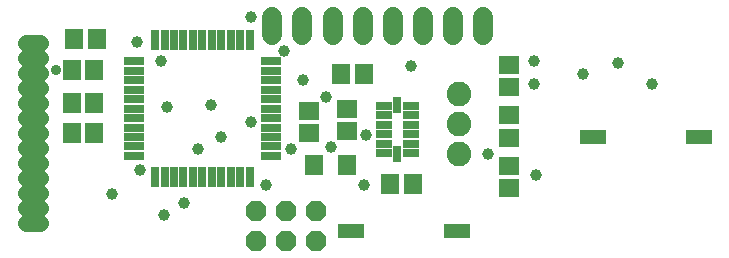
<source format=gts>
G75*
%MOIN*%
%OFA0B0*%
%FSLAX25Y25*%
%IPPOS*%
%LPD*%
%AMOC8*
5,1,8,0,0,1.08239X$1,22.5*
%
%ADD10R,0.05918X0.06706*%
%ADD11R,0.06706X0.05918*%
%ADD12R,0.06312X0.07099*%
%ADD13R,0.02769X0.06706*%
%ADD14R,0.06706X0.02769*%
%ADD15OC8,0.06800*%
%ADD16R,0.05224X0.02769*%
%ADD17R,0.02769X0.05224*%
%ADD18C,0.05556*%
%ADD19C,0.06800*%
%ADD20R,0.08700X0.05100*%
%ADD21C,0.08200*%
%ADD22C,0.03600*%
%ADD23C,0.03900*%
D10*
X0039122Y0050968D03*
X0046602Y0050968D03*
X0046594Y0061187D03*
X0039114Y0061187D03*
X0039114Y0072111D03*
X0046594Y0072111D03*
X0047396Y0082430D03*
X0039915Y0082430D03*
X0128904Y0070706D03*
X0136385Y0070706D03*
X0145261Y0034040D03*
X0152741Y0034040D03*
D11*
X0184880Y0032782D03*
X0184880Y0040262D03*
X0184880Y0049582D03*
X0184880Y0057062D03*
X0184880Y0066382D03*
X0184880Y0073862D03*
X0130649Y0059196D03*
X0118039Y0058533D03*
X0130649Y0051715D03*
X0118039Y0051052D03*
D12*
X0119770Y0040399D03*
X0130793Y0040399D03*
D13*
X0098330Y0036393D03*
X0095180Y0036393D03*
X0092031Y0036393D03*
X0088881Y0036393D03*
X0085732Y0036393D03*
X0082582Y0036393D03*
X0079432Y0036393D03*
X0076283Y0036393D03*
X0073133Y0036393D03*
X0069984Y0036393D03*
X0066834Y0036393D03*
X0066834Y0082062D03*
X0069984Y0082062D03*
X0073133Y0082062D03*
X0076283Y0082062D03*
X0079432Y0082062D03*
X0082582Y0082062D03*
X0085732Y0082062D03*
X0088881Y0082062D03*
X0092031Y0082062D03*
X0095180Y0082062D03*
X0098330Y0082062D03*
D14*
X0105417Y0074976D03*
X0105417Y0071826D03*
X0105417Y0068677D03*
X0105417Y0065527D03*
X0105417Y0062377D03*
X0105417Y0059228D03*
X0105417Y0056078D03*
X0105417Y0052929D03*
X0105417Y0049779D03*
X0105417Y0046629D03*
X0105417Y0043480D03*
X0059747Y0043480D03*
X0059747Y0046629D03*
X0059747Y0049779D03*
X0059747Y0052929D03*
X0059747Y0056078D03*
X0059747Y0059228D03*
X0059747Y0062377D03*
X0059747Y0065527D03*
X0059747Y0068677D03*
X0059747Y0071826D03*
X0059747Y0074976D03*
D15*
X0100406Y0025167D03*
X0110406Y0025167D03*
X0120406Y0025167D03*
X0120406Y0015167D03*
X0110406Y0015167D03*
X0100406Y0015167D03*
D16*
X0143060Y0044447D03*
X0143060Y0047596D03*
X0143060Y0050746D03*
X0143060Y0053895D03*
X0143060Y0057045D03*
X0143060Y0060195D03*
X0152021Y0060195D03*
X0152021Y0057045D03*
X0152021Y0053895D03*
X0152021Y0050746D03*
X0152021Y0047596D03*
X0151991Y0044447D03*
D17*
X0147540Y0044053D03*
X0147540Y0060588D03*
D18*
X0028471Y0020957D02*
X0023715Y0020957D01*
X0023715Y0025957D02*
X0028471Y0025957D01*
X0028471Y0030957D02*
X0023715Y0030957D01*
X0023715Y0035957D02*
X0028471Y0035957D01*
X0028471Y0040957D02*
X0023715Y0040957D01*
X0023715Y0045957D02*
X0028471Y0045957D01*
X0028471Y0050957D02*
X0023715Y0050957D01*
X0023715Y0055957D02*
X0028471Y0055957D01*
X0028471Y0060957D02*
X0023715Y0060957D01*
X0023715Y0065957D02*
X0028471Y0065957D01*
X0028471Y0070957D02*
X0023715Y0070957D01*
X0023715Y0075957D02*
X0028471Y0075957D01*
X0028471Y0080957D02*
X0023715Y0080957D01*
D19*
X0105779Y0083777D02*
X0105779Y0089777D01*
X0115779Y0089777D02*
X0115779Y0083777D01*
X0126280Y0083922D02*
X0126280Y0089922D01*
X0136280Y0089922D02*
X0136280Y0083922D01*
X0146280Y0083922D02*
X0146280Y0089922D01*
X0156280Y0089922D02*
X0156280Y0083922D01*
X0166280Y0083922D02*
X0166280Y0089922D01*
X0176280Y0089922D02*
X0176280Y0083922D01*
D20*
X0212680Y0049822D03*
X0248080Y0049822D03*
X0167388Y0018551D03*
X0131988Y0018551D03*
D21*
X0168080Y0044022D03*
X0168080Y0054022D03*
X0168080Y0064022D03*
D22*
X0033680Y0072222D03*
D23*
X0060980Y0081322D03*
X0068680Y0075022D03*
X0085480Y0060322D03*
X0070780Y0059622D03*
X0088980Y0049822D03*
X0081280Y0045622D03*
X0061680Y0038622D03*
X0052580Y0030922D03*
X0069780Y0023822D03*
X0076580Y0027622D03*
X0103680Y0033722D03*
X0112080Y0045622D03*
X0125380Y0046322D03*
X0137280Y0050522D03*
X0123980Y0063122D03*
X0116280Y0068822D03*
X0109980Y0078522D03*
X0098780Y0089722D03*
X0152080Y0073522D03*
X0193280Y0075022D03*
X0209380Y0070822D03*
X0221280Y0074322D03*
X0232480Y0067322D03*
X0193280Y0067322D03*
X0177880Y0044222D03*
X0193980Y0037222D03*
X0136580Y0033722D03*
X0098780Y0054722D03*
M02*

</source>
